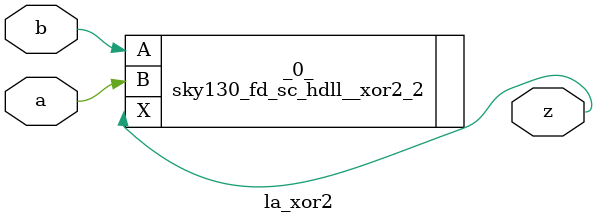
<source format=v>

/* Generated by Yosys 0.44 (git sha1 80ba43d26, g++ 11.4.0-1ubuntu1~22.04 -fPIC -O3) */

(* top =  1  *)
(* src = "generated" *)
module la_xor2 (
    a,
    b,
    z
);
  (* src = "generated" *)
  input a;
  wire a;
  (* src = "generated" *)
  input b;
  wire b;
  (* src = "generated" *)
  output z;
  wire z;
  sky130_fd_sc_hdll__xor2_2 _0_ (
      .A(b),
      .B(a),
      .X(z)
  );
endmodule

</source>
